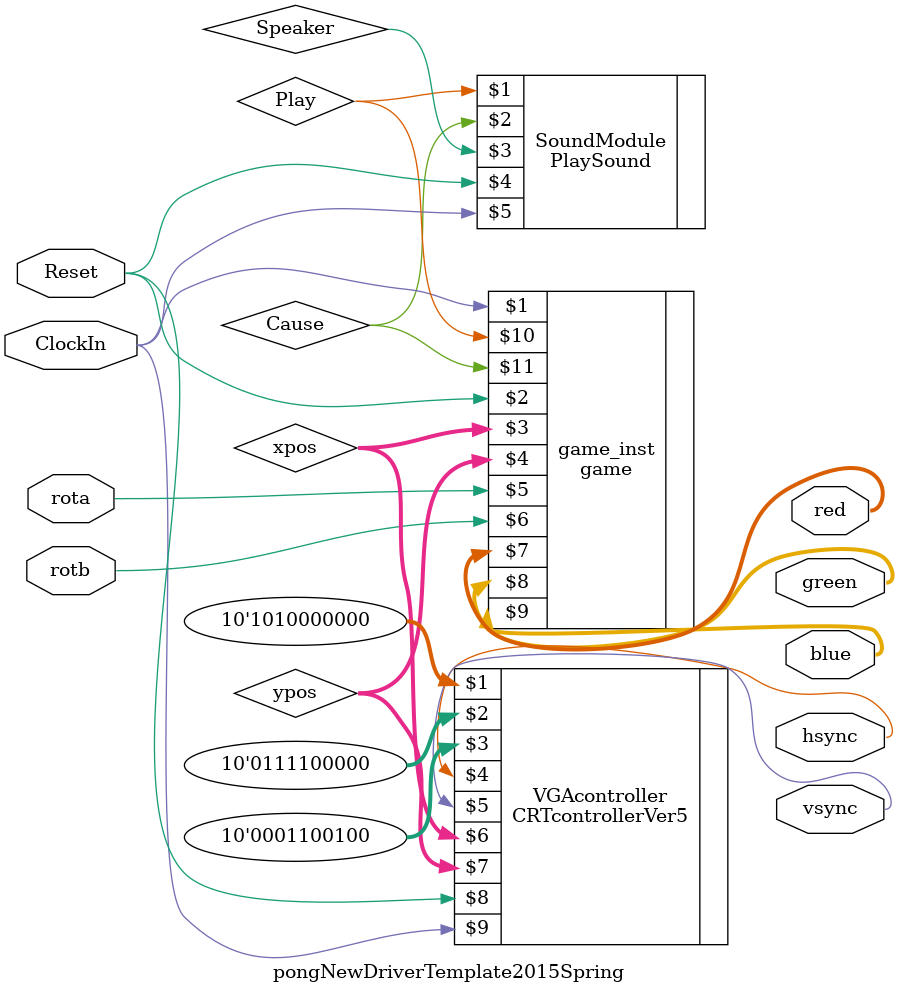
<source format=v>
`timescale 1ns / 1ps

module pongNewDriverTemplate2015Spring(ClockIn,Reset,rota,rotb,red,green,blue,hsync,vsync);
input ClockIn,Reset,rota,rotb;
output [2:0] red, green;
output [1:0] blue;
output hsync, vsync;
wire [9:0] xpos;
wire [9:0] ypos;
wire Play, Cause;

parameter [9:0] NumberofPixels=10'd640, NumberofLines=10'd480, SystemClock=10'd100; //MHz 

//module CRTcontrollerVer5(Xresolution, Yresolution, SystemClock, hsync, vsync, xposition, yposition, reset, clock);
CRTcontrollerVer5 VGAcontroller(NumberofPixels, NumberofLines, SystemClock, 
     hsync, vsync, xpos, ypos, Reset, ClockIn);
PlaySound SoundModule(Play, Cause, Speaker, Reset, ClockIn);
//game game_inst(Clock, Reset, xpos, ypos, rota, rotb, red, green, blue);
game game_inst(ClockIn, Reset, xpos, ypos, rota, rotb, red, green, blue, Play, Cause);
					
endmodule

</source>
